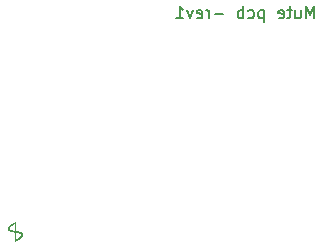
<source format=gbr>
G04 #@! TF.GenerationSoftware,KiCad,Pcbnew,(5.0.0)*
G04 #@! TF.CreationDate,2018-08-28T22:13:31+02:00*
G04 #@! TF.ProjectId,1u_mute,31755F6D7574652E6B696361645F7063,rev?*
G04 #@! TF.SameCoordinates,Original*
G04 #@! TF.FileFunction,Legend,Bot*
G04 #@! TF.FilePolarity,Positive*
%FSLAX46Y46*%
G04 Gerber Fmt 4.6, Leading zero omitted, Abs format (unit mm)*
G04 Created by KiCad (PCBNEW (5.0.0)) date 08/28/18 22:13:31*
%MOMM*%
%LPD*%
G01*
G04 APERTURE LIST*
%ADD10C,0.200000*%
%ADD11C,0.050000*%
G04 APERTURE END LIST*
D10*
X26809523Y-1952380D02*
X26809523Y-952380D01*
X26476190Y-1666666D01*
X26142857Y-952380D01*
X26142857Y-1952380D01*
X25238095Y-1285714D02*
X25238095Y-1952380D01*
X25666666Y-1285714D02*
X25666666Y-1809523D01*
X25619047Y-1904761D01*
X25523809Y-1952380D01*
X25380952Y-1952380D01*
X25285714Y-1904761D01*
X25238095Y-1857142D01*
X24904761Y-1285714D02*
X24523809Y-1285714D01*
X24761904Y-952380D02*
X24761904Y-1809523D01*
X24714285Y-1904761D01*
X24619047Y-1952380D01*
X24523809Y-1952380D01*
X23809523Y-1904761D02*
X23904761Y-1952380D01*
X24095238Y-1952380D01*
X24190476Y-1904761D01*
X24238095Y-1809523D01*
X24238095Y-1428571D01*
X24190476Y-1333333D01*
X24095238Y-1285714D01*
X23904761Y-1285714D01*
X23809523Y-1333333D01*
X23761904Y-1428571D01*
X23761904Y-1523809D01*
X24238095Y-1619047D01*
X22571428Y-1285714D02*
X22571428Y-2285714D01*
X22571428Y-1333333D02*
X22476190Y-1285714D01*
X22285714Y-1285714D01*
X22190476Y-1333333D01*
X22142857Y-1380952D01*
X22095238Y-1476190D01*
X22095238Y-1761904D01*
X22142857Y-1857142D01*
X22190476Y-1904761D01*
X22285714Y-1952380D01*
X22476190Y-1952380D01*
X22571428Y-1904761D01*
X21238095Y-1904761D02*
X21333333Y-1952380D01*
X21523809Y-1952380D01*
X21619047Y-1904761D01*
X21666666Y-1857142D01*
X21714285Y-1761904D01*
X21714285Y-1476190D01*
X21666666Y-1380952D01*
X21619047Y-1333333D01*
X21523809Y-1285714D01*
X21333333Y-1285714D01*
X21238095Y-1333333D01*
X20809523Y-1952380D02*
X20809523Y-952380D01*
X20809523Y-1333333D02*
X20714285Y-1285714D01*
X20523809Y-1285714D01*
X20428571Y-1333333D01*
X20380952Y-1380952D01*
X20333333Y-1476190D01*
X20333333Y-1761904D01*
X20380952Y-1857142D01*
X20428571Y-1904761D01*
X20523809Y-1952380D01*
X20714285Y-1952380D01*
X20809523Y-1904761D01*
X19142857Y-1571428D02*
X18380952Y-1571428D01*
X17904761Y-1952380D02*
X17904761Y-1285714D01*
X17904761Y-1476190D02*
X17857142Y-1380952D01*
X17809523Y-1333333D01*
X17714285Y-1285714D01*
X17619047Y-1285714D01*
X16904761Y-1904761D02*
X17000000Y-1952380D01*
X17190476Y-1952380D01*
X17285714Y-1904761D01*
X17333333Y-1809523D01*
X17333333Y-1428571D01*
X17285714Y-1333333D01*
X17190476Y-1285714D01*
X17000000Y-1285714D01*
X16904761Y-1333333D01*
X16857142Y-1428571D01*
X16857142Y-1523809D01*
X17333333Y-1619047D01*
X16523809Y-1285714D02*
X16285714Y-1952380D01*
X16047619Y-1285714D01*
X15142857Y-1952380D02*
X15714285Y-1952380D01*
X15428571Y-1952380D02*
X15428571Y-952380D01*
X15523809Y-1095238D01*
X15619047Y-1190476D01*
X15714285Y-1238095D01*
D11*
G04 #@! TO.C,REF\002A\002A*
X1670343Y-20050301D02*
X1660267Y-20048513D01*
X1640073Y-20045083D02*
X1629956Y-20043440D01*
X1589441Y-20037319D02*
X1579305Y-20035897D01*
X1680425Y-20052144D02*
X1670343Y-20050301D01*
X1839598Y-20090434D02*
X1829807Y-20087441D01*
X1629956Y-20043440D02*
X1619833Y-20041842D01*
X1599583Y-20038785D02*
X1589441Y-20037319D01*
X1548860Y-20031869D02*
X1538695Y-20030602D01*
X1619833Y-20041842D02*
X1609711Y-20040292D01*
X1750605Y-20066647D02*
X1740617Y-20064388D01*
X1760570Y-20068974D02*
X1750605Y-20066647D01*
X1559014Y-20033173D02*
X1548860Y-20031869D01*
X1829807Y-20087441D02*
X1819982Y-20084544D01*
X1498031Y-20025897D02*
X1497989Y-20025892D01*
X1780458Y-20073845D02*
X1770525Y-20071373D01*
X1497989Y-20025892D02*
X1497991Y-20025895D01*
X1518377Y-20028180D02*
X1508201Y-20027021D01*
X1770525Y-20071373D02*
X1760570Y-20068974D01*
X1878434Y-20103486D02*
X1868787Y-20100051D01*
X1569158Y-20034515D02*
X1559014Y-20033173D01*
X1730610Y-20062194D02*
X1720604Y-20060067D01*
X1800258Y-20079024D02*
X1790372Y-20076395D01*
X1700541Y-20055991D02*
X1690494Y-20054041D01*
X1849365Y-20093531D02*
X1839598Y-20090434D01*
X1579305Y-20035897D02*
X1569158Y-20034515D01*
X1810125Y-20081738D02*
X1800258Y-20079024D01*
X1660267Y-20048513D02*
X1650182Y-20046775D01*
X1710584Y-20058000D02*
X1700541Y-20055991D01*
X1528543Y-20029374D02*
X1518377Y-20028180D01*
X1650182Y-20046775D02*
X1640073Y-20045083D01*
X1859091Y-20096733D02*
X1849365Y-20093531D01*
X1790372Y-20076395D02*
X1780458Y-20073845D01*
X1609711Y-20040292D02*
X1599583Y-20038785D01*
X1690494Y-20054041D02*
X1680425Y-20052144D01*
X1819982Y-20084544D02*
X1810125Y-20081738D01*
X1868787Y-20100051D02*
X1859091Y-20096733D01*
X1538695Y-20030602D02*
X1528543Y-20029374D01*
X1740617Y-20064388D02*
X1730610Y-20062194D01*
X1508201Y-20027021D02*
X1498031Y-20025897D01*
X1720604Y-20060067D02*
X1710584Y-20058000D01*
X1816559Y-20531369D02*
X1824973Y-20525363D01*
X1890650Y-20475192D02*
X1898617Y-20468621D01*
X1849963Y-20507011D02*
X1858204Y-20500777D01*
X1833342Y-20519305D02*
X1841669Y-20513191D01*
X1944923Y-20427413D02*
X1952332Y-20420211D01*
X1907063Y-20114581D02*
X1897568Y-20110739D01*
X1791119Y-20549064D02*
X1799632Y-20543217D01*
X1916491Y-20118574D02*
X1907063Y-20114581D01*
X1782561Y-20554870D02*
X1791119Y-20549064D01*
X1962348Y-20141271D02*
X1953384Y-20136315D01*
X1925845Y-20122730D02*
X1916491Y-20118574D01*
X1914364Y-20455234D02*
X1922136Y-20448410D01*
X1929815Y-20441509D02*
X1937410Y-20434515D01*
X1979824Y-20151933D02*
X1971171Y-20146470D01*
X1841669Y-20513191D02*
X1849963Y-20507011D01*
X1944305Y-20131586D02*
X1935115Y-20127060D01*
X2047793Y-20278010D02*
X2049365Y-20267935D01*
X1874528Y-20488125D02*
X1882613Y-20481697D01*
X1966822Y-20405464D02*
X1973794Y-20398031D01*
X1808111Y-20537320D02*
X1816559Y-20531369D01*
X1824973Y-20525363D02*
X1833342Y-20519305D01*
X1988283Y-20157688D02*
X1979824Y-20151933D01*
X2025909Y-20192131D02*
X2019261Y-20184350D01*
X1882613Y-20481697D02*
X1890650Y-20475192D01*
X2042202Y-20297572D02*
X2045369Y-20287895D01*
X1993997Y-20375084D02*
X2000434Y-20367189D01*
X1937410Y-20434515D02*
X1944923Y-20427413D01*
X1888029Y-20107047D02*
X1878434Y-20103486D01*
X1897568Y-20110739D02*
X1888029Y-20107047D01*
X1935115Y-20127060D02*
X1925845Y-20122730D01*
X2029253Y-20325229D02*
X2034055Y-20316241D01*
X2034055Y-20316241D02*
X2038400Y-20307021D01*
X2006691Y-20359145D02*
X2012739Y-20350941D01*
X2048010Y-20237533D02*
X2045409Y-20227695D01*
X1953384Y-20136315D02*
X1944305Y-20131586D01*
X2031913Y-20200356D02*
X2025909Y-20192131D01*
X2018539Y-20342569D02*
X2024058Y-20334006D01*
X1922136Y-20448410D02*
X1929815Y-20441509D01*
X2049535Y-20247595D02*
X2048010Y-20237533D01*
X1980659Y-20390495D02*
X1987398Y-20382850D01*
X1996511Y-20163769D02*
X1988283Y-20157688D01*
X2004461Y-20170210D02*
X1996511Y-20163769D01*
X2045409Y-20227695D02*
X2041785Y-20218164D01*
X2012739Y-20350941D02*
X2018539Y-20342569D01*
X1959633Y-20412899D02*
X1966822Y-20405464D01*
X1866393Y-20494482D02*
X1874528Y-20488125D01*
X1898617Y-20468621D02*
X1906526Y-20461967D01*
X1858204Y-20500777D02*
X1866393Y-20494482D01*
X1799632Y-20543217D02*
X1808111Y-20537320D01*
X2037249Y-20209042D02*
X2031913Y-20200356D01*
X2038400Y-20307021D02*
X2042202Y-20297572D01*
X2024058Y-20334006D02*
X2029253Y-20325229D01*
X1971171Y-20146470D02*
X1962348Y-20141271D01*
X2012077Y-20177061D02*
X2004461Y-20170210D01*
X2019261Y-20184350D02*
X2012077Y-20177061D01*
X2049972Y-20257775D02*
X2049535Y-20247595D01*
X2041785Y-20218164D02*
X2037249Y-20209042D01*
X1906526Y-20461967D02*
X1914364Y-20455234D01*
X2049365Y-20267935D02*
X2049972Y-20257775D01*
X2045369Y-20287895D02*
X2047793Y-20278010D01*
X2000434Y-20367189D02*
X2006691Y-20359145D01*
X1952332Y-20420211D02*
X1959633Y-20412899D01*
X1987398Y-20382850D02*
X1993997Y-20375084D01*
X1973794Y-20398031D02*
X1980659Y-20390495D01*
X956533Y-19863059D02*
X949202Y-19856062D01*
X979963Y-19882424D02*
X971931Y-19876237D01*
X988192Y-19888347D02*
X979963Y-19882424D01*
X942136Y-19848790D02*
X935356Y-19841247D01*
X949202Y-19856062D02*
X942136Y-19848790D01*
X996595Y-19894011D02*
X988192Y-19888347D01*
X1022730Y-19909550D02*
X1013881Y-19904604D01*
X964108Y-19869777D02*
X956533Y-19863059D01*
X971931Y-19876237D02*
X964108Y-19869777D01*
X1005166Y-19899428D02*
X996595Y-19894011D01*
X1013881Y-19904604D02*
X1005166Y-19899428D01*
X899788Y-19769198D02*
X898050Y-19759181D01*
X928884Y-19833448D02*
X923004Y-19825158D01*
X935356Y-19841247D02*
X928884Y-19833448D01*
X908716Y-19798290D02*
X905128Y-19788787D01*
X898050Y-19759181D02*
X896943Y-19749088D01*
X912901Y-19807543D02*
X908716Y-19798290D01*
X896943Y-19749088D02*
X896467Y-19738944D01*
X902149Y-19779075D02*
X899788Y-19769198D01*
X905128Y-19788787D02*
X902149Y-19779075D01*
X917673Y-19816518D02*
X912901Y-19807543D01*
X923004Y-19825158D02*
X917673Y-19816518D01*
X1224397Y-19980915D02*
X1214421Y-19978411D01*
X1184627Y-19970427D02*
X1174744Y-19967603D01*
X1194538Y-19973169D02*
X1184627Y-19970427D01*
X1155055Y-19961701D02*
X1145264Y-19958624D01*
X1214421Y-19978411D02*
X1204473Y-19975831D01*
X1135490Y-19955455D02*
X1125748Y-19952196D01*
X1204473Y-19975831D02*
X1194538Y-19973169D01*
X1145264Y-19958624D02*
X1135490Y-19955455D01*
X1234382Y-19983341D02*
X1224397Y-19980915D01*
X1164882Y-19964694D02*
X1155055Y-19961701D01*
X1174744Y-19967603D02*
X1164882Y-19964694D01*
X1549467Y-20692389D02*
X1558101Y-20687871D01*
X1575318Y-20678742D02*
X1583901Y-20674131D01*
X1773981Y-20560621D02*
X1782561Y-20554870D01*
X1765359Y-20566334D02*
X1773981Y-20560621D01*
X1756712Y-20571999D02*
X1765359Y-20566334D01*
X1748040Y-20577617D02*
X1756712Y-20571999D01*
X1739340Y-20583193D02*
X1748040Y-20577617D01*
X1721846Y-20594226D02*
X1730606Y-20588730D01*
X1558101Y-20687871D02*
X1566721Y-20683320D01*
X1540811Y-20696877D02*
X1549467Y-20692389D01*
X1601018Y-20664818D02*
X1609544Y-20660121D01*
X1695446Y-20610451D02*
X1704270Y-20605082D01*
X1677715Y-20621077D02*
X1686594Y-20615782D01*
X1583901Y-20674131D02*
X1592473Y-20669487D01*
X1609544Y-20660121D02*
X1618059Y-20655390D01*
X1660402Y-20631253D02*
X1668810Y-20626335D01*
X1730606Y-20588730D02*
X1739340Y-20583193D01*
X1713066Y-20599677D02*
X1721846Y-20594226D01*
X1635042Y-20645832D02*
X1643518Y-20641002D01*
X1704270Y-20605082D02*
X1713066Y-20599677D01*
X1651965Y-20636146D02*
X1660402Y-20631253D01*
X1626554Y-20650629D02*
X1635042Y-20645832D01*
X1643518Y-20641002D02*
X1651965Y-20636146D01*
X1686594Y-20615782D02*
X1695446Y-20610451D01*
X1618059Y-20655390D02*
X1626554Y-20650629D01*
X1566721Y-20683320D02*
X1575318Y-20678742D01*
X1668810Y-20626335D02*
X1677715Y-20621077D01*
X1592473Y-20669487D02*
X1601018Y-20664818D01*
X1531175Y-20666941D02*
X1531203Y-20677333D01*
X1531144Y-20656530D02*
X1531175Y-20666941D01*
X1529719Y-20438001D02*
X1529818Y-20448406D01*
X1531292Y-20739743D02*
X1531294Y-20750138D01*
X1531264Y-20708550D02*
X1531277Y-20718945D01*
X1531247Y-20698143D02*
X1531264Y-20708550D01*
X1529511Y-20417189D02*
X1529616Y-20427587D01*
X1530099Y-20479640D02*
X1530186Y-20490045D01*
X1530709Y-20562876D02*
X1530771Y-20573279D01*
X1530351Y-20510854D02*
X1530429Y-20521266D01*
X1527878Y-20281972D02*
X1528021Y-20292379D01*
X1530575Y-20542069D02*
X1530644Y-20552478D01*
X1527585Y-20261172D02*
X1527733Y-20271576D01*
X1526967Y-20219562D02*
X1527126Y-20229971D01*
X1531110Y-20646132D02*
X1531144Y-20656530D01*
X1530270Y-20500450D02*
X1530351Y-20510854D01*
X1527733Y-20271576D02*
X1527878Y-20281972D01*
X1488478Y-20723004D02*
X1495425Y-20719711D01*
X1530186Y-20490045D02*
X1530270Y-20500450D01*
X1531071Y-20635729D02*
X1531110Y-20646132D01*
X1529818Y-20448406D02*
X1529915Y-20458820D01*
X1531287Y-20729347D02*
X1531292Y-20739743D01*
X1531030Y-20625326D02*
X1531071Y-20635729D01*
X1530829Y-20583689D02*
X1530884Y-20594098D01*
X1529177Y-20385974D02*
X1529291Y-20396374D01*
X1533136Y-20700822D02*
X1540811Y-20696877D01*
X1525453Y-20704736D02*
X1533136Y-20700822D01*
X1517751Y-20708624D02*
X1525453Y-20704736D01*
X1527282Y-20240376D02*
X1527435Y-20250769D01*
X1530884Y-20594098D02*
X1530936Y-20604506D01*
X1510045Y-20712476D02*
X1517751Y-20708624D01*
X1528431Y-20323584D02*
X1528562Y-20333980D01*
X1502316Y-20716298D02*
X1510045Y-20712476D01*
X1530008Y-20469234D02*
X1530099Y-20479640D01*
X1497041Y-20728434D02*
X1488478Y-20723004D01*
X1530985Y-20614916D02*
X1531030Y-20625326D01*
X1529291Y-20396374D02*
X1529402Y-20406785D01*
X1531227Y-20687743D02*
X1531247Y-20698143D01*
X1531203Y-20677333D02*
X1531227Y-20687743D01*
X1530429Y-20521266D02*
X1530504Y-20531676D01*
X1530644Y-20552478D02*
X1530709Y-20562876D01*
X1529059Y-20375579D02*
X1529177Y-20385974D01*
X1528297Y-20313182D02*
X1528431Y-20323584D01*
X1530504Y-20531676D02*
X1530575Y-20542069D01*
X1527435Y-20250769D02*
X1527585Y-20261172D01*
X1528817Y-20354782D02*
X1528940Y-20365185D01*
X1495425Y-20719711D02*
X1502316Y-20716298D01*
X1531277Y-20718945D02*
X1531287Y-20729347D01*
X1530936Y-20604506D02*
X1530985Y-20614916D01*
X1529616Y-20427587D02*
X1529719Y-20438001D01*
X1528940Y-20365185D02*
X1529059Y-20375579D01*
X1505611Y-20733868D02*
X1497041Y-20728434D01*
X1514166Y-20739293D02*
X1505611Y-20733868D01*
X1522733Y-20744725D02*
X1514166Y-20739293D01*
X1531294Y-20750154D02*
X1522733Y-20744725D01*
X1531294Y-20750138D02*
X1531294Y-20750154D01*
X1530771Y-20573279D02*
X1530829Y-20583689D01*
X1528160Y-20302785D02*
X1528297Y-20313182D01*
X1528021Y-20292379D02*
X1528160Y-20302785D01*
X1529915Y-20458820D02*
X1530008Y-20469234D01*
X1529402Y-20406785D02*
X1529511Y-20417189D01*
X1528691Y-20344384D02*
X1528817Y-20354782D01*
X1528562Y-20333980D02*
X1528691Y-20344384D01*
X1527126Y-20229971D02*
X1527282Y-20240376D01*
X1345214Y-20005542D02*
X1335083Y-20003830D01*
X1304739Y-19998352D02*
X1294648Y-19996406D01*
X1294648Y-19996406D02*
X1284560Y-19994396D01*
X1335083Y-20003830D02*
X1324955Y-20002061D01*
X1324955Y-20002061D02*
X1314846Y-20000237D01*
X1244379Y-19985692D02*
X1234382Y-19983341D01*
X1274485Y-19992320D02*
X1264430Y-19990179D01*
X1314846Y-20000237D02*
X1304739Y-19998352D01*
X1254395Y-19987970D02*
X1244379Y-19985692D01*
X1284560Y-19994396D02*
X1274485Y-19992320D01*
X1264430Y-19990179D02*
X1254395Y-19987970D01*
X897420Y-19718653D02*
X898853Y-19708581D01*
X903623Y-19688837D02*
X907058Y-19679087D01*
X924658Y-19641706D02*
X929917Y-19632807D01*
X919720Y-19650790D02*
X924658Y-19641706D01*
X915127Y-19660052D02*
X919720Y-19650790D01*
X910900Y-19669485D02*
X915127Y-19660052D01*
X896467Y-19738944D02*
X896626Y-19728776D01*
X898853Y-19708581D02*
X900922Y-19698625D01*
X907058Y-19679087D02*
X910900Y-19669485D01*
X900922Y-19698625D02*
X903623Y-19688837D01*
X896626Y-19728776D02*
X897420Y-19718653D01*
X1525606Y-20136358D02*
X1525786Y-20146767D01*
X1525240Y-20115549D02*
X1525425Y-20125956D01*
X1525054Y-20105143D02*
X1525240Y-20115549D01*
X1523471Y-20021912D02*
X1523677Y-20032306D01*
X1523262Y-20011501D02*
X1523471Y-20021912D01*
X1522404Y-19969897D02*
X1522622Y-19980292D01*
X1521960Y-19949098D02*
X1522183Y-19959505D01*
X1522183Y-19959505D02*
X1522404Y-19969897D01*
X1522622Y-19980292D02*
X1522838Y-19990687D01*
X1523677Y-20032306D02*
X1523881Y-20042701D01*
X1524673Y-20084335D02*
X1524865Y-20094743D01*
X1521507Y-19928295D02*
X1521735Y-19938701D01*
X1524083Y-20053112D02*
X1524282Y-20063515D01*
X1525962Y-20157160D02*
X1526136Y-20167567D01*
X1524282Y-20063515D02*
X1524479Y-20073924D01*
X1523051Y-20001098D02*
X1523262Y-20011501D01*
X1521735Y-19938701D02*
X1521960Y-19949098D01*
X1525786Y-20146767D02*
X1525962Y-20157160D01*
X1523881Y-20042701D02*
X1524083Y-20053112D01*
X1526476Y-20188358D02*
X1526643Y-20198765D01*
X1522838Y-19990687D02*
X1523051Y-20001098D01*
X1525425Y-20125956D02*
X1525606Y-20136358D01*
X1524479Y-20073924D02*
X1524673Y-20084335D01*
X1526806Y-20209158D02*
X1526967Y-20219562D01*
X1524865Y-20094743D02*
X1525054Y-20105143D01*
X1526136Y-20167567D02*
X1526308Y-20177962D01*
X1526643Y-20198765D02*
X1526806Y-20209158D01*
X1526308Y-20177962D02*
X1526476Y-20188358D01*
X1508229Y-19439510D02*
X1508565Y-19449909D01*
X1504722Y-19335545D02*
X1505086Y-19345952D01*
X1505086Y-19345952D02*
X1505447Y-19356355D01*
X1507549Y-19418713D02*
X1507890Y-19429115D01*
X1503986Y-19314755D02*
X1504356Y-19325154D01*
X1503235Y-19293951D02*
X1503612Y-19304356D01*
X1506159Y-19377146D02*
X1506510Y-19387537D01*
X1517551Y-19761840D02*
X1517815Y-19772235D01*
X1511479Y-19543472D02*
X1511791Y-19553861D01*
X1509229Y-19470694D02*
X1509558Y-19481083D01*
X1508565Y-19449909D02*
X1508898Y-19460299D01*
X1508898Y-19460299D02*
X1509229Y-19470694D01*
X1506510Y-19387537D02*
X1506859Y-19397929D01*
X1503612Y-19304356D02*
X1503986Y-19314755D01*
X1512713Y-19585054D02*
X1513015Y-19595453D01*
X1510529Y-19512286D02*
X1510848Y-19522685D01*
X1512100Y-19564267D02*
X1512408Y-19574657D01*
X1511791Y-19553861D02*
X1512100Y-19564267D01*
X1509884Y-19491484D02*
X1510208Y-19501887D01*
X1504356Y-19325154D02*
X1504722Y-19335545D01*
X1511165Y-19533078D02*
X1511479Y-19543472D01*
X1521277Y-19917884D02*
X1521507Y-19928295D01*
X1521045Y-19907483D02*
X1521277Y-19917884D01*
X1507205Y-19408319D02*
X1507549Y-19418713D01*
X1520810Y-19897071D02*
X1521045Y-19907483D01*
X1518337Y-19793037D02*
X1518595Y-19803438D01*
X1514203Y-19637046D02*
X1514495Y-19647444D01*
X1520573Y-19886664D02*
X1520810Y-19897071D01*
X1520334Y-19876265D02*
X1520573Y-19886664D01*
X1520092Y-19865854D02*
X1520334Y-19876265D01*
X1513614Y-19616251D02*
X1513910Y-19626656D01*
X1519848Y-19855457D02*
X1520092Y-19865854D01*
X1519602Y-19845054D02*
X1519848Y-19855457D01*
X1519354Y-19834647D02*
X1519602Y-19845054D01*
X1519103Y-19824240D02*
X1519354Y-19834647D01*
X1514495Y-19647444D02*
X1514784Y-19657847D01*
X1518077Y-19782635D02*
X1518337Y-19793037D01*
X1516196Y-19709850D02*
X1516471Y-19720249D01*
X1505804Y-19366748D02*
X1506159Y-19377146D01*
X1516745Y-19730643D02*
X1517016Y-19741041D01*
X1505447Y-19356355D02*
X1505804Y-19366748D01*
X1502854Y-19283555D02*
X1503235Y-19293951D01*
X1502469Y-19273161D02*
X1502854Y-19283555D01*
X1515356Y-19678653D02*
X1515638Y-19689049D01*
X1509558Y-19481083D02*
X1509884Y-19491484D01*
X1502079Y-19262765D02*
X1502469Y-19273161D01*
X1510208Y-19501887D02*
X1510529Y-19512286D01*
X1518850Y-19813836D02*
X1519103Y-19824240D01*
X1517284Y-19751442D02*
X1517551Y-19761840D01*
X1515071Y-19668251D02*
X1515356Y-19678653D01*
X1506859Y-19397929D02*
X1507205Y-19408319D01*
X1515918Y-19699449D02*
X1516196Y-19709850D01*
X1515638Y-19689049D02*
X1515918Y-19699449D01*
X1510848Y-19522685D02*
X1511165Y-19533078D01*
X1518595Y-19803438D02*
X1518850Y-19813836D01*
X1507890Y-19429115D02*
X1508229Y-19439510D01*
X1514784Y-19657847D02*
X1515071Y-19668251D01*
X1513015Y-19595453D02*
X1513316Y-19605849D01*
X1517815Y-19772235D02*
X1518077Y-19782635D01*
X1517016Y-19741041D02*
X1517284Y-19751442D01*
X1516471Y-19720249D02*
X1516745Y-19730643D01*
X1513910Y-19626656D02*
X1514203Y-19637046D01*
X1513316Y-19605849D02*
X1513614Y-19616251D01*
X1512408Y-19574657D02*
X1512713Y-19585054D01*
X1474971Y-20261228D02*
X1475122Y-20250831D01*
X1473155Y-20406861D02*
X1473266Y-20396460D01*
X1473866Y-20344456D02*
X1473994Y-20334052D01*
X1474824Y-20271635D02*
X1474971Y-20261228D01*
X1474678Y-20282038D02*
X1474824Y-20271635D01*
X1473046Y-20417263D02*
X1473155Y-20406861D01*
X1473994Y-20334052D02*
X1474125Y-20323646D01*
X1472941Y-20427666D02*
X1473046Y-20417263D01*
X1472838Y-20438066D02*
X1472941Y-20427666D01*
X1473380Y-20386062D02*
X1473497Y-20375653D01*
X1472642Y-20458873D02*
X1472739Y-20448479D01*
X1474397Y-20302836D02*
X1474536Y-20292434D01*
X1476080Y-20188413D02*
X1476249Y-20178015D01*
X1475914Y-20198810D02*
X1476080Y-20188413D01*
X1473740Y-20354856D02*
X1473866Y-20344456D01*
X1474260Y-20313240D02*
X1474397Y-20302836D01*
X1475589Y-20219617D02*
X1475751Y-20209204D01*
X1475751Y-20209204D02*
X1475914Y-20198810D01*
X1472739Y-20448479D02*
X1472838Y-20438066D01*
X1473617Y-20365251D02*
X1473740Y-20354856D01*
X1472549Y-20469276D02*
X1472642Y-20458873D01*
X1474536Y-20292434D02*
X1474678Y-20282038D01*
X1475275Y-20240420D02*
X1475431Y-20230023D01*
X1474125Y-20323646D02*
X1474260Y-20313240D01*
X1473497Y-20375653D02*
X1473617Y-20365251D01*
X1475431Y-20230023D02*
X1475589Y-20219617D01*
X1473266Y-20396460D02*
X1473380Y-20386062D01*
X1475122Y-20250831D02*
X1475275Y-20240420D01*
X1577195Y-20745637D02*
X1568346Y-20750225D01*
X1471271Y-20729320D02*
X1471280Y-20718924D01*
X1552570Y-20758297D02*
X1544663Y-20762289D01*
X1708036Y-20672896D02*
X1699223Y-20678096D01*
X1471263Y-20769083D02*
X1471263Y-20759607D01*
X1690622Y-20683127D02*
X1681996Y-20688129D01*
X1743074Y-20651753D02*
X1734345Y-20657094D01*
X1471265Y-20739731D02*
X1471271Y-20729320D01*
X1471263Y-20750138D02*
X1471265Y-20739731D01*
X1603621Y-20731687D02*
X1594832Y-20736367D01*
X1681996Y-20688129D02*
X1673358Y-20693096D01*
X1673358Y-20693096D02*
X1664709Y-20698026D01*
X1664709Y-20698026D02*
X1656036Y-20702927D01*
X1734345Y-20657094D02*
X1725602Y-20662393D01*
X1471280Y-20718924D02*
X1471293Y-20708527D01*
X1629913Y-20717443D02*
X1621165Y-20722223D01*
X1568346Y-20750225D02*
X1560462Y-20754277D01*
X1586029Y-20741015D02*
X1577195Y-20745637D01*
X1594832Y-20736367D02*
X1586029Y-20741015D01*
X1647342Y-20707799D02*
X1638640Y-20712635D01*
X1612404Y-20726969D02*
X1603621Y-20731687D01*
X1472459Y-20479687D02*
X1472549Y-20469276D01*
X1471293Y-20708527D02*
X1471310Y-20698129D01*
X1716836Y-20667657D02*
X1708036Y-20672896D01*
X1472206Y-20510881D02*
X1472287Y-20500483D01*
X1471849Y-20562893D02*
X1471914Y-20552492D01*
X1528797Y-20770176D02*
X1521460Y-20773804D01*
X1472371Y-20490090D02*
X1472459Y-20479687D01*
X1472287Y-20500483D02*
X1472371Y-20490090D01*
X1472128Y-20521282D02*
X1472206Y-20510881D01*
X1544663Y-20762289D02*
X1536736Y-20766251D01*
X1472054Y-20531685D02*
X1472128Y-20521282D01*
X1471982Y-20542088D02*
X1472054Y-20531685D01*
X1471914Y-20552492D02*
X1471982Y-20542088D01*
X1471787Y-20573292D02*
X1471849Y-20562893D01*
X1521460Y-20773804D02*
X1514083Y-20777303D01*
X1471728Y-20583688D02*
X1471787Y-20573292D01*
X1471673Y-20594094D02*
X1471728Y-20583688D01*
X1471263Y-20797482D02*
X1471263Y-20788015D01*
X1471621Y-20604495D02*
X1471673Y-20594094D01*
X1471413Y-20656516D02*
X1471448Y-20646113D01*
X1471310Y-20698129D02*
X1471330Y-20687731D01*
X1471263Y-20778543D02*
X1471263Y-20769083D01*
X1496949Y-20785379D02*
X1488396Y-20789410D01*
X1656036Y-20702927D02*
X1647342Y-20707799D01*
X1471573Y-20614904D02*
X1471621Y-20604495D01*
X1638640Y-20712635D02*
X1629913Y-20717443D01*
X1471528Y-20625306D02*
X1471573Y-20614904D01*
X1471263Y-20759607D02*
X1471263Y-20750138D01*
X1505511Y-20781344D02*
X1496949Y-20785379D01*
X1725602Y-20662393D02*
X1716836Y-20667657D01*
X1479830Y-20793446D02*
X1471263Y-20797482D01*
X1488396Y-20789410D02*
X1479830Y-20793446D01*
X1621165Y-20722223D02*
X1612404Y-20726969D01*
X1471382Y-20666924D02*
X1471413Y-20656516D01*
X1699223Y-20678096D02*
X1690622Y-20683127D01*
X1514083Y-20777303D02*
X1505511Y-20781344D01*
X1560462Y-20754277D02*
X1552570Y-20758297D01*
X1471486Y-20635714D02*
X1471528Y-20625306D01*
X1471448Y-20646113D02*
X1471486Y-20635714D01*
X1471354Y-20677334D02*
X1471382Y-20666924D01*
X1471330Y-20687731D02*
X1471354Y-20677334D01*
X1471263Y-20788015D02*
X1471263Y-20778543D01*
X1536736Y-20766251D02*
X1528797Y-20770176D01*
X1493328Y-19470728D02*
X1493659Y-19460329D01*
X1494329Y-19439534D02*
X1494667Y-19429138D01*
X1501684Y-19252370D02*
X1502079Y-19262765D01*
X1501279Y-19241966D02*
X1501684Y-19252370D01*
X1492349Y-19501925D02*
X1492673Y-19491521D01*
X1500479Y-19262779D02*
X1500875Y-19252373D01*
X1493659Y-19460329D02*
X1493992Y-19449933D01*
X1492999Y-19481124D02*
X1493328Y-19470728D01*
X1492673Y-19491521D02*
X1492999Y-19481124D01*
X1492027Y-19512336D02*
X1492349Y-19501925D01*
X1495352Y-19408353D02*
X1495698Y-19397955D01*
X1499323Y-19293961D02*
X1499704Y-19283567D01*
X1498572Y-19314766D02*
X1498946Y-19304361D01*
X1494667Y-19429138D02*
X1495008Y-19418745D01*
X1495698Y-19397955D02*
X1496047Y-19387556D01*
X1497835Y-19335568D02*
X1498202Y-19325163D01*
X1500875Y-19252373D02*
X1501279Y-19241966D01*
X1500089Y-19273175D02*
X1500479Y-19262779D01*
X1496754Y-19366757D02*
X1497111Y-19356364D01*
X1499704Y-19283567D02*
X1500089Y-19273175D01*
X1497472Y-19345969D02*
X1497835Y-19335568D01*
X1496399Y-19377159D02*
X1496754Y-19366757D01*
X1497111Y-19356364D02*
X1497472Y-19345969D01*
X1498946Y-19304361D02*
X1499323Y-19293961D01*
X1496047Y-19387556D02*
X1496399Y-19377159D01*
X1493992Y-19449933D02*
X1494329Y-19439534D01*
X1498202Y-19325163D02*
X1498572Y-19314766D01*
X1495008Y-19418745D02*
X1495352Y-19408353D01*
X1476249Y-20178015D02*
X1476421Y-20167618D01*
X1486360Y-19709943D02*
X1486637Y-19699544D01*
X1481049Y-19928350D02*
X1481279Y-19917948D01*
X1488646Y-19626739D02*
X1488942Y-19616338D01*
X1489240Y-19605932D02*
X1489540Y-19595538D01*
X1487485Y-19668328D02*
X1487772Y-19657928D01*
X1480596Y-19949147D02*
X1480822Y-19938744D01*
X1481983Y-19886750D02*
X1482222Y-19876350D01*
X1483961Y-19803534D02*
X1484218Y-19793136D01*
X1482707Y-19855553D02*
X1482953Y-19845150D01*
X1477884Y-20084394D02*
X1478078Y-20073991D01*
X1487772Y-19657928D02*
X1488061Y-19647537D01*
X1486084Y-19720348D02*
X1486360Y-19709943D01*
X1483452Y-19824345D02*
X1483706Y-19813939D01*
X1477503Y-20105199D02*
X1477692Y-20094786D01*
X1482463Y-19865949D02*
X1482707Y-19855553D01*
X1476771Y-20146815D02*
X1476950Y-20136413D01*
X1482222Y-19876350D02*
X1482463Y-19865949D01*
X1476950Y-20136413D02*
X1477132Y-20126010D01*
X1485811Y-19730749D02*
X1486084Y-19720348D01*
X1481279Y-19917948D02*
X1481511Y-19907545D01*
X1488352Y-19637143D02*
X1488646Y-19626739D01*
X1485539Y-19741152D02*
X1485811Y-19730749D01*
X1484478Y-19782735D02*
X1484740Y-19772340D01*
X1479934Y-19980362D02*
X1480153Y-19969960D01*
X1491708Y-19522737D02*
X1492027Y-19512336D01*
X1491392Y-19533132D02*
X1491708Y-19522737D01*
X1491078Y-19543527D02*
X1491392Y-19533132D01*
X1490765Y-19553934D02*
X1491078Y-19543527D01*
X1484740Y-19772340D02*
X1485004Y-19761941D01*
X1490456Y-19564329D02*
X1490765Y-19553934D01*
X1478675Y-20042785D02*
X1478879Y-20032383D01*
X1490148Y-19574728D02*
X1490456Y-19564329D01*
X1481746Y-19897144D02*
X1481983Y-19886750D01*
X1487200Y-19678726D02*
X1487485Y-19668328D01*
X1485271Y-19751548D02*
X1485539Y-19741152D01*
X1480153Y-19969960D02*
X1480373Y-19959553D01*
X1486918Y-19689135D02*
X1487200Y-19678726D01*
X1483706Y-19813939D02*
X1483961Y-19803534D01*
X1482953Y-19845150D02*
X1483202Y-19834745D01*
X1483202Y-19834745D02*
X1483452Y-19824345D01*
X1479719Y-19990757D02*
X1479934Y-19980362D01*
X1478474Y-20053179D02*
X1478675Y-20042785D01*
X1476594Y-20157226D02*
X1476771Y-20146815D01*
X1479294Y-20011567D02*
X1479505Y-20001160D01*
X1476421Y-20167618D02*
X1476594Y-20157226D01*
X1477316Y-20115608D02*
X1477503Y-20105199D01*
X1488061Y-19647537D02*
X1488352Y-19637143D01*
X1485004Y-19761941D02*
X1485271Y-19751548D01*
X1480822Y-19938744D02*
X1481049Y-19928350D01*
X1479505Y-20001160D02*
X1479719Y-19990757D01*
X1489843Y-19585131D02*
X1490148Y-19574728D01*
X1489540Y-19595538D02*
X1489843Y-19585131D01*
X1488942Y-19616338D02*
X1489240Y-19605932D01*
X1486637Y-19699544D02*
X1486918Y-19689135D01*
X1484218Y-19793136D02*
X1484478Y-19782735D01*
X1481511Y-19907545D02*
X1481746Y-19897144D01*
X1478274Y-20063581D02*
X1478474Y-20053179D01*
X1478078Y-20073991D02*
X1478274Y-20063581D01*
X1477692Y-20094786D02*
X1477884Y-20084394D01*
X1480373Y-19959553D02*
X1480596Y-19949147D01*
X1479085Y-20021976D02*
X1479294Y-20011567D01*
X1477132Y-20126010D02*
X1477316Y-20115608D01*
X1478879Y-20032383D02*
X1479085Y-20021976D01*
X1740289Y-20001676D02*
X1750449Y-20003794D01*
X1474036Y-19962792D02*
X1484185Y-19963951D01*
X1730121Y-19999619D02*
X1740289Y-20001676D01*
X1525133Y-19968522D02*
X1535435Y-19969718D01*
X1668926Y-19988460D02*
X1679156Y-19990192D01*
X1617692Y-19980478D02*
X1627946Y-19981989D01*
X1403053Y-19953991D02*
X1413177Y-19955337D01*
X1607433Y-19979008D02*
X1617692Y-19980478D01*
X1535435Y-19969718D02*
X1545739Y-19970945D01*
X1463876Y-19961612D02*
X1474036Y-19962792D01*
X1382809Y-19951191D02*
X1392929Y-19952610D01*
X1453736Y-19960411D02*
X1463876Y-19961612D01*
X1638205Y-19983542D02*
X1648457Y-19985137D01*
X1586877Y-19976178D02*
X1597158Y-19977574D01*
X1443593Y-19959184D02*
X1453736Y-19960411D01*
X1597158Y-19977574D02*
X1607433Y-19979008D01*
X1494326Y-19965091D02*
X1504488Y-19966217D01*
X1423318Y-19956650D02*
X1433464Y-19957933D01*
X1566319Y-19973494D02*
X1576603Y-19974819D01*
X1372686Y-19949730D02*
X1382809Y-19951191D01*
X1811022Y-20017949D02*
X1821050Y-20020581D01*
X1770715Y-20008226D02*
X1780819Y-20010544D01*
X1760593Y-20005977D02*
X1770715Y-20008226D01*
X1750449Y-20003794D02*
X1760593Y-20005977D01*
X1514828Y-19967357D02*
X1525133Y-19968522D01*
X1689362Y-19991971D02*
X1699569Y-19993802D01*
X1556037Y-19972204D02*
X1566319Y-19973494D01*
X1719949Y-19997624D02*
X1730121Y-19999619D01*
X1709758Y-19995685D02*
X1719949Y-19997624D01*
X1433464Y-19957933D02*
X1443593Y-19959184D01*
X1658687Y-19986774D02*
X1668926Y-19988460D01*
X1699569Y-19993802D02*
X1709758Y-19995685D01*
X1576603Y-19974819D02*
X1586877Y-19976178D01*
X1413177Y-19955337D02*
X1423318Y-19956650D01*
X1504530Y-19966221D02*
X1514828Y-19967357D01*
X1800981Y-20015404D02*
X1811022Y-20017949D01*
X1780819Y-20010544D02*
X1790908Y-20012935D01*
X1679156Y-19990192D02*
X1689362Y-19991971D01*
X1545739Y-19970945D02*
X1556037Y-19972204D01*
X1648457Y-19985137D02*
X1658687Y-19986774D01*
X1504488Y-19966217D02*
X1504530Y-19966221D01*
X1627946Y-19981989D02*
X1638205Y-19983542D01*
X1392929Y-19952610D02*
X1403053Y-19953991D01*
X1484185Y-19963951D02*
X1494326Y-19965091D01*
X1821050Y-20020581D02*
X1831056Y-20023300D01*
X1790908Y-20012935D02*
X1800981Y-20015404D01*
X1197263Y-19399096D02*
X1205946Y-19393799D01*
X1010173Y-19539063D02*
X1017625Y-19532120D01*
X1017625Y-19532120D02*
X1025149Y-19525276D01*
X1071833Y-19485968D02*
X1079843Y-19479697D01*
X1087907Y-19473504D02*
X1096029Y-19467384D01*
X1483239Y-19250635D02*
X1492257Y-19246297D01*
X1402196Y-19289835D02*
X1411196Y-19285467D01*
X1171392Y-19415337D02*
X1179976Y-19409869D01*
X1104212Y-19461331D02*
X1112454Y-19455344D01*
X1474231Y-19254975D02*
X1483239Y-19250635D01*
X1447213Y-19268020D02*
X1456223Y-19263666D01*
X1429213Y-19276733D02*
X1438216Y-19272373D01*
X1205946Y-19393799D02*
X1214661Y-19388553D01*
X1002807Y-19546094D02*
X1010173Y-19539063D01*
X1145872Y-19432100D02*
X1154345Y-19426446D01*
X1188602Y-19404455D02*
X1197263Y-19399096D01*
X1179976Y-19409869D02*
X1188602Y-19404455D01*
X1129076Y-19443585D02*
X1137448Y-19437813D01*
X1162850Y-19420861D02*
X1171392Y-19415337D01*
X1465228Y-19259318D02*
X1474231Y-19254975D01*
X1063885Y-19492317D02*
X1071833Y-19485968D01*
X1456223Y-19263666D02*
X1465228Y-19259318D01*
X1249833Y-19368046D02*
X1258686Y-19363034D01*
X1438216Y-19272373D02*
X1447213Y-19268020D01*
X1420203Y-19281099D02*
X1429213Y-19276733D01*
X1411196Y-19285467D02*
X1420203Y-19281099D01*
X1232201Y-19378201D02*
X1241002Y-19373102D01*
X1393198Y-19294206D02*
X1402196Y-19289835D01*
X1384205Y-19298577D02*
X1393198Y-19294206D01*
X1348209Y-19316104D02*
X1357203Y-19311720D01*
X1258686Y-19363034D02*
X1267568Y-19358058D01*
X1375206Y-19302955D02*
X1384205Y-19298577D01*
X1312230Y-19333668D02*
X1321227Y-19329272D01*
X1366204Y-19307336D02*
X1375206Y-19302955D01*
X1330216Y-19324883D02*
X1339213Y-19320491D01*
X1285393Y-19348214D02*
X1294335Y-19343337D01*
X1032756Y-19518514D02*
X1040430Y-19511844D01*
X1357203Y-19311720D02*
X1366204Y-19307336D01*
X1137448Y-19437813D02*
X1145872Y-19432100D01*
X1120736Y-19449434D02*
X1129076Y-19443585D01*
X1048180Y-19505254D02*
X1056005Y-19498741D01*
X1025149Y-19525276D02*
X1032756Y-19518514D01*
X1276468Y-19353120D02*
X1285393Y-19348214D01*
X1303283Y-19338490D02*
X1312230Y-19333668D01*
X1294335Y-19343337D02*
X1303283Y-19338490D01*
X1056005Y-19498741D02*
X1063885Y-19492317D01*
X1154345Y-19426446D02*
X1162850Y-19420861D01*
X1096029Y-19467384D02*
X1104212Y-19461331D01*
X1267568Y-19358058D02*
X1276468Y-19353120D01*
X1079843Y-19479697D02*
X1087907Y-19473504D01*
X1214661Y-19388553D02*
X1223415Y-19383354D01*
X1112454Y-19455344D02*
X1120736Y-19449434D01*
X1040430Y-19511844D02*
X1048180Y-19505254D01*
X1339213Y-19320491D02*
X1348209Y-19316104D01*
X1321227Y-19329272D02*
X1330216Y-19324883D01*
X1241002Y-19373102D02*
X1249833Y-19368046D01*
X1223415Y-19383354D02*
X1232201Y-19378201D01*
X942157Y-19720603D02*
X941677Y-19730412D01*
X1342406Y-19945092D02*
X1352494Y-19946685D01*
X951613Y-19682827D02*
X948375Y-19691989D01*
X1312197Y-19940011D02*
X1322256Y-19941757D01*
X1143424Y-19899759D02*
X1153186Y-19902783D01*
X1212238Y-19919038D02*
X1222158Y-19921456D01*
X1066854Y-19871665D02*
X1076258Y-19875585D01*
X973993Y-19639746D02*
X968847Y-19647994D01*
X1202335Y-19916541D02*
X1212238Y-19919038D01*
X1192455Y-19913961D02*
X1202335Y-19916541D01*
X973710Y-19810740D02*
X980781Y-19818087D01*
X947925Y-19768985D02*
X951509Y-19778124D01*
X1133697Y-19896641D02*
X1143424Y-19899759D01*
X967100Y-19802974D02*
X973710Y-19810740D01*
X943185Y-19749970D02*
X945152Y-19759578D01*
X1124061Y-19893325D02*
X1133697Y-19896641D01*
X945152Y-19759578D02*
X947925Y-19768985D01*
X951509Y-19778124D02*
X955903Y-19786897D01*
X968847Y-19647994D02*
X963992Y-19656425D01*
X945661Y-19701323D02*
X943479Y-19710878D01*
X990857Y-19615958D02*
X985024Y-19623746D01*
X980781Y-19818087D02*
X988264Y-19825019D01*
X1048269Y-19863250D02*
X1057512Y-19867559D01*
X985024Y-19623746D02*
X979395Y-19631670D01*
X1021313Y-19848821D02*
X1030149Y-19853911D01*
X941677Y-19730412D02*
X942024Y-19740221D01*
X948375Y-19691989D02*
X945661Y-19701323D01*
X996107Y-19831540D02*
X1004260Y-19837666D01*
X1039139Y-19858709D02*
X1048269Y-19863250D01*
X1362586Y-19948230D02*
X1372686Y-19949730D01*
X1352494Y-19946685D02*
X1362586Y-19948230D01*
X1252046Y-19928256D02*
X1262043Y-19930379D01*
X1322256Y-19941757D02*
X1332324Y-19943450D01*
X1302134Y-19938205D02*
X1312197Y-19940011D01*
X1085725Y-19879350D02*
X1095258Y-19882989D01*
X961103Y-19795213D02*
X967100Y-19802974D01*
X942024Y-19740221D02*
X943185Y-19749970D01*
X1004260Y-19837666D02*
X1012676Y-19843418D01*
X959472Y-19665036D02*
X955331Y-19673835D01*
X1282067Y-19934420D02*
X1292092Y-19936342D01*
X1242073Y-19926065D02*
X1252046Y-19928256D01*
X988264Y-19825019D02*
X996107Y-19831540D01*
X1076258Y-19875585D02*
X1085725Y-19879350D01*
X979395Y-19631670D02*
X973993Y-19639746D01*
X1162967Y-19905712D02*
X1172770Y-19908549D01*
X1172770Y-19908549D02*
X1182599Y-19911298D01*
X955903Y-19786897D02*
X961103Y-19795213D01*
X1292092Y-19936342D02*
X1302134Y-19938205D01*
X1114423Y-19889952D02*
X1124061Y-19893325D01*
X1057512Y-19867559D02*
X1066854Y-19871665D01*
X1012676Y-19843418D02*
X1021313Y-19848821D01*
X943479Y-19710878D02*
X942157Y-19720603D01*
X1182599Y-19911298D02*
X1192455Y-19913961D01*
X1332324Y-19943450D02*
X1342406Y-19945092D01*
X1232106Y-19923798D02*
X1242073Y-19926065D01*
X1030149Y-19853911D02*
X1039139Y-19858709D01*
X1222158Y-19921456D02*
X1232106Y-19923798D01*
X963992Y-19656425D02*
X959472Y-19665036D01*
X1095258Y-19882989D02*
X1104820Y-19886514D01*
X955331Y-19673835D02*
X951613Y-19682827D01*
X1272047Y-19932432D02*
X1282067Y-19934420D01*
X1262043Y-19930379D02*
X1272047Y-19932432D01*
X1153186Y-19902783D02*
X1162967Y-19905712D01*
X1104820Y-19886514D02*
X1114423Y-19889952D01*
X1142655Y-19468370D02*
X1134642Y-19474711D01*
X1336870Y-19336873D02*
X1328193Y-19341848D01*
X1328193Y-19341848D02*
X1319532Y-19346812D01*
X1267767Y-19379743D02*
X1259212Y-19385327D01*
X1166997Y-19449700D02*
X1158841Y-19455861D01*
X1250676Y-19390952D02*
X1242157Y-19396622D01*
X1233669Y-19402331D02*
X1225214Y-19408082D01*
X1484002Y-19252015D02*
X1475367Y-19257027D01*
X1414825Y-19292039D02*
X1406167Y-19297031D01*
X1458075Y-19267048D02*
X1449428Y-19272052D01*
X1150726Y-19462083D02*
X1142655Y-19468370D01*
X1158841Y-19455861D02*
X1150726Y-19462083D01*
X1175194Y-19443600D02*
X1166997Y-19449700D01*
X1432123Y-19282055D02*
X1423471Y-19287050D01*
X1345537Y-19331900D02*
X1336870Y-19336873D01*
X1191725Y-19431552D02*
X1183436Y-19437552D01*
X1466725Y-19262038D02*
X1458075Y-19267048D01*
X1208409Y-19419713D02*
X1200046Y-19425609D01*
X1475367Y-19257027D02*
X1466725Y-19262038D01*
X1354203Y-19326925D02*
X1345537Y-19331900D01*
X1492257Y-19246297D02*
X1501275Y-19241967D01*
X996860Y-19608301D02*
X990857Y-19615958D01*
X1276354Y-19374187D02*
X1267767Y-19379743D01*
X1397515Y-19302016D02*
X1388865Y-19306997D01*
X1362875Y-19321944D02*
X1354203Y-19326925D01*
X1003010Y-19600762D02*
X996860Y-19608301D01*
X1095376Y-19507440D02*
X1087703Y-19514203D01*
X1009284Y-19593329D02*
X1003010Y-19600762D01*
X1015661Y-19585986D02*
X1009284Y-19593329D01*
X1388865Y-19306997D02*
X1380194Y-19311987D01*
X1110909Y-19494140D02*
X1103107Y-19500758D01*
X1022127Y-19578712D02*
X1015661Y-19585986D01*
X1029052Y-19571198D02*
X1022127Y-19578712D01*
X1492643Y-19246994D02*
X1484002Y-19252015D01*
X1087703Y-19514203D02*
X1080096Y-19521041D01*
X1371529Y-19316970D02*
X1362875Y-19321944D01*
X1036087Y-19563766D02*
X1029052Y-19571198D01*
X1043214Y-19556427D02*
X1036087Y-19563766D01*
X1065105Y-19534948D02*
X1057723Y-19542025D01*
X1449428Y-19272052D02*
X1440781Y-19277052D01*
X1310873Y-19352248D02*
X1302219Y-19357700D01*
X1200046Y-19425609D02*
X1191725Y-19431552D01*
X1423471Y-19287050D02*
X1414825Y-19292039D01*
X1216792Y-19413876D02*
X1208409Y-19419713D01*
X1440781Y-19277052D02*
X1432123Y-19282055D01*
X1293583Y-19363169D02*
X1284960Y-19368663D01*
X1319532Y-19346812D02*
X1310873Y-19352248D01*
X1050424Y-19549184D02*
X1043214Y-19556427D01*
X1380194Y-19311987D02*
X1371529Y-19316970D01*
X1072566Y-19527952D02*
X1065105Y-19534948D01*
X1284960Y-19368663D02*
X1276354Y-19374187D01*
X1057723Y-19542025D02*
X1050424Y-19549184D01*
X1242157Y-19396622D02*
X1233669Y-19402331D01*
X1183436Y-19437552D02*
X1175194Y-19443600D01*
X1080096Y-19521041D02*
X1072566Y-19527952D01*
X1259212Y-19385327D02*
X1250676Y-19390952D01*
X1406167Y-19297031D02*
X1397515Y-19302016D01*
X1126677Y-19481120D02*
X1118760Y-19487600D01*
X1225214Y-19408082D02*
X1216792Y-19413876D01*
X1302219Y-19357700D02*
X1293583Y-19363169D01*
X1103107Y-19500758D02*
X1095376Y-19507440D01*
X1118760Y-19487600D02*
X1110909Y-19494140D01*
X1501275Y-19241967D02*
X1492643Y-19246994D01*
X1134642Y-19474711D02*
X1126677Y-19481120D01*
X988209Y-19560500D02*
X995532Y-19553215D01*
X953738Y-19599014D02*
X960278Y-19591006D01*
X941318Y-19615547D02*
X947405Y-19607200D01*
X973927Y-19575466D02*
X980996Y-19567919D01*
X967016Y-19583157D02*
X973927Y-19575466D01*
X947405Y-19607200D02*
X953738Y-19599014D01*
X929917Y-19632807D02*
X935481Y-19624083D01*
X935481Y-19624083D02*
X941318Y-19615547D01*
X980996Y-19567919D02*
X988209Y-19560500D01*
X960278Y-19591006D02*
X967016Y-19583157D01*
X995532Y-19553215D02*
X1002807Y-19546094D01*
X1820484Y-20601910D02*
X1811992Y-20607622D01*
X1943153Y-20509791D02*
X1935313Y-20516376D01*
X1895305Y-20548242D02*
X1887152Y-20554425D01*
X1903411Y-20541997D02*
X1895305Y-20548242D01*
X1958643Y-20496392D02*
X1950932Y-20503130D01*
X1751786Y-20646372D02*
X1743074Y-20651753D01*
X1760459Y-20640962D02*
X1751786Y-20646372D01*
X2049966Y-20399866D02*
X2043784Y-20408034D01*
X1878963Y-20560544D02*
X1870717Y-20566616D01*
X2061733Y-20383094D02*
X2055955Y-20391552D01*
X2082408Y-20347732D02*
X2077646Y-20356804D01*
X2055955Y-20391552D02*
X2049966Y-20399866D01*
X1854116Y-20578587D02*
X1845761Y-20584492D01*
X1811992Y-20607622D02*
X1803478Y-20613282D01*
X1935313Y-20516376D02*
X1927420Y-20522883D01*
X1870717Y-20566616D02*
X1862434Y-20572630D01*
X1981316Y-20475700D02*
X1973840Y-20482680D01*
X1919471Y-20529320D02*
X1911463Y-20535694D01*
X1769115Y-20635508D02*
X1760459Y-20640962D01*
X1777750Y-20630012D02*
X1769115Y-20635508D01*
X1786355Y-20624476D02*
X1777750Y-20630012D01*
X1837369Y-20590347D02*
X1828937Y-20596157D01*
X2024181Y-20431710D02*
X2017331Y-20439333D01*
X1794934Y-20618899D02*
X1786355Y-20624476D01*
X1803478Y-20613282D02*
X1794934Y-20618899D01*
X1973840Y-20482680D02*
X1966281Y-20489576D01*
X1828937Y-20596157D02*
X1820484Y-20601910D01*
X1845761Y-20584492D02*
X1837369Y-20590347D01*
X1862434Y-20572630D02*
X1854116Y-20578587D01*
X1988708Y-20468630D02*
X1981316Y-20475700D01*
X2030879Y-20423954D02*
X2024181Y-20431710D01*
X2003225Y-20454197D02*
X1996011Y-20461466D01*
X2072598Y-20365721D02*
X2067288Y-20374482D01*
X2086862Y-20338496D02*
X2082408Y-20347732D01*
X1950932Y-20503130D02*
X1943153Y-20509791D01*
X1996011Y-20461466D02*
X1988708Y-20468630D01*
X1887152Y-20554425D02*
X1878963Y-20560544D01*
X2067288Y-20374482D02*
X2061733Y-20383094D01*
X1911463Y-20535694D02*
X1903411Y-20541997D01*
X1966281Y-20489576D02*
X1958643Y-20496392D01*
X2010332Y-20446831D02*
X2003225Y-20454197D01*
X2037412Y-20416069D02*
X2030879Y-20423954D01*
X2043784Y-20408034D02*
X2037412Y-20416069D01*
X2077646Y-20356804D02*
X2072598Y-20365721D01*
X1927420Y-20522883D02*
X1919471Y-20529320D01*
X2017331Y-20439333D02*
X2010332Y-20446831D01*
X1497991Y-20025895D02*
X1487780Y-20024783D01*
X1467361Y-20022476D02*
X1457162Y-20021279D01*
X1477565Y-20023643D02*
X1467361Y-20022476D01*
X1487780Y-20024783D02*
X1477565Y-20023643D01*
X1385843Y-20011879D02*
X1375675Y-20010368D01*
X1365507Y-20008809D02*
X1355352Y-20007201D01*
X1355352Y-20007201D02*
X1345214Y-20005542D01*
X1375675Y-20010368D02*
X1365507Y-20008809D01*
X1406198Y-20014765D02*
X1396015Y-20013344D01*
X1416386Y-20016144D02*
X1406198Y-20014765D01*
X1426575Y-20017483D02*
X1416386Y-20016144D01*
X1436760Y-20018783D02*
X1426575Y-20017483D01*
X1446963Y-20020048D02*
X1436760Y-20018783D01*
X1457162Y-20021279D02*
X1446963Y-20020048D01*
X1396015Y-20013344D02*
X1385843Y-20011879D01*
X1831056Y-20023300D02*
X1841026Y-20026108D01*
X1870807Y-20035146D02*
X1880658Y-20038374D01*
X2107485Y-20259696D02*
X2106704Y-20269910D01*
X2101538Y-20209054D02*
X2104096Y-20218976D01*
X2098301Y-20199330D02*
X2101538Y-20209054D01*
X1938798Y-20060468D02*
X1948269Y-20064673D01*
X2089899Y-20180655D02*
X2094413Y-20189857D01*
X2059500Y-20139329D02*
X2066470Y-20147006D01*
X1994264Y-20088529D02*
X2003102Y-20093941D01*
X1919632Y-20052534D02*
X1929246Y-20056423D01*
X1985288Y-20083346D02*
X1994264Y-20088529D01*
X2105962Y-20229043D02*
X2107139Y-20239212D01*
X2094413Y-20189857D02*
X2098301Y-20199330D01*
X1976181Y-20078377D02*
X1985288Y-20083346D01*
X2020299Y-20105506D02*
X2028615Y-20111682D01*
X2079186Y-20163213D02*
X2084810Y-20171770D01*
X1957671Y-20069056D02*
X1966973Y-20073618D01*
X2090973Y-20329118D02*
X2086862Y-20338496D01*
X1909958Y-20048791D02*
X1919632Y-20052534D01*
X1860910Y-20032028D02*
X1870807Y-20035146D01*
X2098062Y-20309904D02*
X2094719Y-20319582D01*
X2105331Y-20280071D02*
X2103405Y-20290143D01*
X2044595Y-20124903D02*
X2052200Y-20131965D01*
X2073069Y-20154986D02*
X2079186Y-20163213D01*
X2100970Y-20300088D02*
X2098062Y-20309904D01*
X2103405Y-20290143D02*
X2100970Y-20300088D01*
X2107640Y-20249453D02*
X2107485Y-20259696D01*
X1966973Y-20073618D02*
X1976181Y-20078377D01*
X1850989Y-20029019D02*
X1860910Y-20032028D01*
X2106704Y-20269910D02*
X2105331Y-20280071D01*
X2084810Y-20171770D02*
X2089899Y-20180655D01*
X2036726Y-20118147D02*
X2044595Y-20124903D01*
X1948269Y-20064673D02*
X1957671Y-20069056D01*
X1890467Y-20041718D02*
X1900244Y-20045192D01*
X1900244Y-20045192D02*
X1909958Y-20048791D01*
X2066470Y-20147006D02*
X2073069Y-20154986D01*
X2107139Y-20239212D02*
X2107640Y-20249453D01*
X1841026Y-20026108D02*
X1850989Y-20029019D01*
X2028615Y-20111682D02*
X2036726Y-20118147D01*
X2104096Y-20218976D02*
X2105962Y-20229043D01*
X2011784Y-20099594D02*
X2020299Y-20105506D01*
X1929246Y-20056423D02*
X1938798Y-20060468D01*
X2094719Y-20319582D02*
X2090973Y-20329118D01*
X2052200Y-20131965D02*
X2059500Y-20139329D01*
X2003102Y-20093941D02*
X2011784Y-20099594D01*
X1880658Y-20038374D02*
X1890467Y-20041718D01*
X1049951Y-19923122D02*
X1040776Y-19918798D01*
X1059198Y-19927255D02*
X1049951Y-19923122D01*
X1077918Y-19935016D02*
X1068520Y-19931214D01*
X1125748Y-19952196D02*
X1116029Y-19948842D01*
X1106440Y-19945570D02*
X1096883Y-19942181D01*
X1040776Y-19918798D02*
X1031703Y-19914280D01*
X1096883Y-19942181D02*
X1087376Y-19938668D01*
X1116029Y-19948842D02*
X1106440Y-19945570D01*
X1087376Y-19938668D02*
X1077918Y-19935016D01*
X1068520Y-19931214D02*
X1059198Y-19927255D01*
X1031703Y-19914280D02*
X1022730Y-19909550D01*
G04 #@! TD*
M02*

</source>
